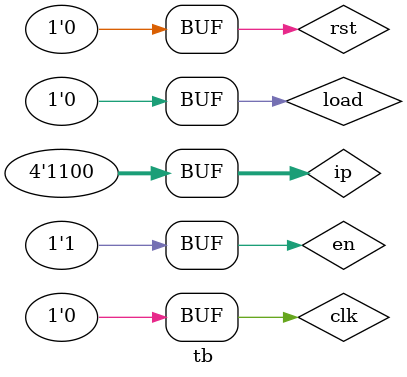
<source format=v>
module tb();
  
  reg [3:0]ip;
  reg load,rst,en,clk;
  wire [3:0]y;
    
sequence u0(ip,rst,load,en,clk,y);


always

begin

clk=1;

#5

clk=0;

#5;

end

initial

begin

rst=1;
#20
rst=0;en=1;
#100
load=1;ip=4'b1100;
#20
load=0;
#100
rst=1;
#20
rst=0;en=0;
#20
en=1;
#100;

end

initial
$monitor("counter value %b",y); 

endmodule 
</source>
